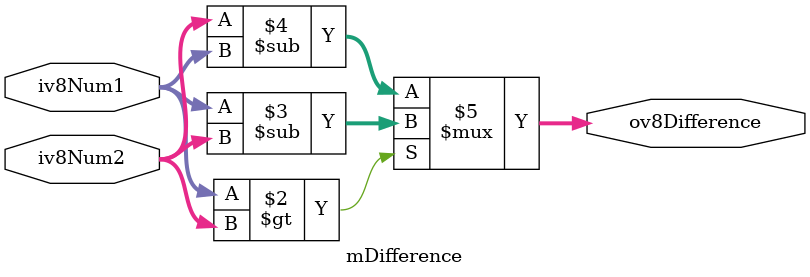
<source format=v>
module mIsolateModule (input wire iClk,
						input wire iRst,
						input wire iDataValid,
						input wire [7:0] iv8Pixel_a,
						input wire [7:0] iv8Pixel_b,
						input wire [7:0] iv8Pixel_c,
						input wire [7:0] iv8Pixel_d,
						input wire [7:0] iv8Pixel_fij,
						input wire [7:0] iv8Pixel_e,
						input wire [7:0] iv8Pixel_f,
						input wire [7:0] iv8Pixel_g,
						input wire [7:0] iv8Pixel_h,
						output reg [7:0] ov8PixelOut,
						output reg oValid,
						output wire oDecisionOut
						);

						
localparam pThIMa 	= 20;//512;
localparam pThIMb 	= 25;//512;					
						
wire [7:0]  wv8TopHalfMaxIntr0;						
wire [7:0]  wv8TopHalfMaxIntr1;						
wire [7:0]  wv8TopHalfMax;
wire [7:0]  wv8TopHalfMinIntr0;						
wire [7:0]  wv8TopHalfMinIntr1;						
wire [7:0]  wv8TopHalfMin;	
wire [7:0]  wv8TopHalfDiff;

					
wire [7:0]  wv8BottomHalfMaxIntr0;						
wire [7:0]  wv8BottomHalfMaxIntr1;						
wire [7:0]  wv8BottomHalfMax;
wire [7:0]  wv8BottomHalfMinIntr0;						
wire [7:0]  wv8BottomHalfMinIntr1;						
wire [7:0]  wv8BottomHalfMin;	
wire [7:0]  wv8BottomHalfDiff;	

wire [7:0]  wv8FijTopHalfMinDiff;	
wire [7:0]  wv8FijTopHalfMaxDiff;	
wire [7:0]  wv8FijBtmHalfMaxDiff;	
wire [7:0]  wv8FijBtmHalfMinDiff;	

wire [7:0]  wv8PixelOut;	

wire   		wDecisionOut1;	
wire   		wDecisionOut2;	
wire   		wDecision;	
wire   		wValid;	

reg			rDecisionOut;
reg			rDataValid;
reg [7:0]	rv9x8ImgArray [8:0];
integer		i;
											
assign oDecisionOut  = rDecisionOut;
assign wValid 	 	 = (!wDecision);
assign wv8PixelOut 	 = wValid ? rv9x8ImgArray[4] : 8'd0	;

assign wDecision	 = (wDecisionOut1 | wDecisionOut2) & (!rDecisionOut) ;
assign wDecisionOut1 = ((wv8TopHalfDiff >= pThIMa) | (wv8BottomHalfDiff >= pThIMa) ); 
assign wDecisionOut2 = ((wv8FijTopHalfMinDiff >= pThIMb) | (wv8FijTopHalfMaxDiff >= pThIMb) | (wv8FijBtmHalfMaxDiff >= pThIMb) | (wv8FijBtmHalfMinDiff >= pThIMb) ); 

//Th_ IMa, Th_ IMb, Th _FMa, Th _FMb, Th _SMa, and Th_ SMb are all predefined values and
//set as 20, 25, 40, 80, 15, and 60, respectively.
always @(posedge iClk or negedge iRst)
begin
	if(iRst)
	begin
		for(i=0; i<9 ;i =i+1)
		begin
			rv9x8ImgArray[i]			<= 8'd0;
		end
	end
	else
	begin
		if(iDataValid)
		begin
			rv9x8ImgArray[0]		<= iv8Pixel_a;
			rv9x8ImgArray[1]		<= iv8Pixel_b;
			rv9x8ImgArray[2]		<= iv8Pixel_c;
			rv9x8ImgArray[3]		<= iv8Pixel_d;
			rv9x8ImgArray[4]		<= iv8Pixel_fij;
			rv9x8ImgArray[5]		<= iv8Pixel_e;
			rv9x8ImgArray[6]		<= iv8Pixel_f;
			rv9x8ImgArray[7]		<= iv8Pixel_g;
			rv9x8ImgArray[8]		<= iv8Pixel_h;
		end
		rDataValid					<= iDataValid;
	end
end


always @(posedge iClk or negedge iRst)
begin
	if(iRst) 
	begin
		ov8PixelOut 	 <= 8'd0;
		rDecisionOut 	 <= 1'b0;
		oValid 	 		 <= 1'b0;
	end
	else
	begin
		if(rDataValid)
		begin
			ov8PixelOut 	 <= wv8PixelOut;
			rDecisionOut 	 <= wDecision;
			oValid 	 		 <= wValid;
		end
		else
		begin
			ov8PixelOut 	 <= 8'd0;
			rDecisionOut 	 <= 1'b0;
			oValid 	 		 <= 1'b0;
		end
	end
end

//*************************** ********************************************
//Top half Maximum Number finding logic
//************************************************************************

mMaxNum uTopHalfMax0 (
	.iv8Num1(rv9x8ImgArray[0]),
	.iv8Num2(rv9x8ImgArray[1]),
	.ov8MaxNum(wv8TopHalfMaxIntr0)
 );
 
mMaxNum uTopHalfMax1 (
	.iv8Num1(rv9x8ImgArray[2]),
	.iv8Num2(wv8TopHalfMaxIntr0),
	.ov8MaxNum(wv8TopHalfMaxIntr1)
 );		

mMaxNum uTopHalfMax (
	.iv8Num1(rv9x8ImgArray[3]),
	.iv8Num2(wv8TopHalfMaxIntr1),
	.ov8MaxNum(wv8TopHalfMax)
 );
 
 //*************************** ********************************************
//Bottom half Maximum Number finding logic
//************************************************************************

mMaxNum uBottomHalfMax0 (
	.iv8Num1(rv9x8ImgArray[5]),
	.iv8Num2(rv9x8ImgArray[6]),
	.ov8MaxNum(wv8BottomHalfMaxIntr0)
 );
 
mMaxNum uBottomHalfMax1 (
	.iv8Num1(rv9x8ImgArray[7]),
	.iv8Num2(wv8BottomHalfMaxIntr0),
	.ov8MaxNum(wv8BottomHalfMaxIntr1)
 );		

mMaxNum uBottomHalfMax2 (
	.iv8Num1(rv9x8ImgArray[8]),
	.iv8Num2(wv8BottomHalfMaxIntr1),
	.ov8MaxNum(wv8BottomHalfMax)
 );
 
//*************************** ********************************************
//Top half Minimum Number finding logic
//************************************************************************

mMinNum uTopHalfMin0 (
	.iv8Num1(rv9x8ImgArray[0]),
	.iv8Num2(rv9x8ImgArray[1]),
	.ov8MinNum(wv8TopHalfMinIntr0)
 );
 
mMinNum uTopHalfMin1 (
	.iv8Num1(rv9x8ImgArray[2]),
	.iv8Num2(wv8TopHalfMinIntr0),
	.ov8MinNum(wv8TopHalfMinIntr1)
 );		

mMinNum uTopHalfMin2 (
	.iv8Num1(rv9x8ImgArray[3]),
	.iv8Num2(wv8TopHalfMinIntr1),
	.ov8MinNum(wv8TopHalfMin)
 );
 
//*************************** ********************************************
//Bottom half Minimum Number finding logic
//************************************************************************

mMinNum uBottomHalfMin0 (
	.iv8Num1(rv9x8ImgArray[5]),
	.iv8Num2(rv9x8ImgArray[6]),
	.ov8MinNum(wv8BottomHalfMinIntr0)
 );
 
mMinNum uBottomHalfMin1 (
	.iv8Num1(rv9x8ImgArray[7]),
	.iv8Num2(wv8BottomHalfMinIntr0),
	.ov8MinNum(wv8BottomHalfMinIntr1)
 );		

mMinNum uBottomHalfMin2 (
	.iv8Num1(rv9x8ImgArray[8]),
	.iv8Num2(wv8BottomHalfMinIntr1),
	.ov8MinNum(wv8BottomHalfMin)
 );
 
 
//*************************** ********************************************
//Top half max - Top Half Min
//************************************************************************

mDifference uTopHalfDiff (
	.iv8Num1(wv8TopHalfMax),
	.iv8Num2(wv8TopHalfMin),
	.ov8Difference(wv8TopHalfDiff)
 );
 
//*************************** ********************************************
//Bottom half max - Bottom Half Min
//************************************************************************

mDifference uBottomHalfDiff (
	.iv8Num1(wv8BottomHalfMax),
	.iv8Num2(wv8BottomHalfMin),
	.ov8Difference(wv8BottomHalfDiff)
 );
 
 //*************************** ********************************************
//|f i,j - TopHalf_ max|
//************************************************************************

mDifference FijTopHalfMaxDiff (
	.iv8Num1(rv9x8ImgArray[4]),
	.iv8Num2(wv8TopHalfMax),
	.ov8Difference(wv8FijTopHalfMaxDiff)
 );
 
//*************************** ********************************************
//| f i,j - TopHalf _min|
//************************************************************************

mDifference FijTopHalfMinDiff (
	.iv8Num1(rv9x8ImgArray[4]),
	.iv8Num2(wv8TopHalfMin),
	.ov8Difference(wv8FijTopHalfMinDiff)
 );
 
  //*************************** ********************************************
//|f i,j _ BottomHalf_max|
//************************************************************************

mDifference FijBtmHalfMaxDiff (
	.iv8Num1(rv9x8ImgArray[4]),
	.iv8Num2(wv8BottomHalfMax),
	.ov8Difference(wv8FijBtmHalfMaxDiff)
 );
 
//*************************** ********************************************
//|f i,j _ BottomHalf_min|
//************************************************************************

mDifference FijBtmHalfMinDiff (
	.iv8Num1(rv9x8ImgArray[4]),
	.iv8Num2(wv8BottomHalfMin),
	.ov8Difference(wv8FijBtmHalfMinDiff)
 );


endmodule





//*************************** ********************************************
//Maximum Number finding module
//************************************************************************

module mMaxNum (input wire [7:0] iv8Num1,
				input wire [7:0] iv8Num2,
				output wire [7:0] ov8MaxNum
				);
				
assign ov8MaxNum = (iv8Num1 > iv8Num2 ) ?  iv8Num1 : iv8Num2;

endmodule

//*************************** ********************************************
//Maximum Number finding module
//************************************************************************

module mMinNum (input wire [7:0] iv8Num1,
				input wire [7:0] iv8Num2,
				output wire [7:0] ov8MinNum
				);
				
assign ov8MinNum = (iv8Num1 < iv8Num2 ) ?  iv8Num1 : iv8Num2;

endmodule

//*************************** ********************************************
//Magnitude of Difference of two Numbers
//************************************************************************

module mDifference (input wire [7:0] iv8Num1,
				input wire [7:0] iv8Num2,
				output wire [7:0] ov8Difference
				);
				
assign ov8Difference = (iv8Num1 > iv8Num2 ) ?  (iv8Num1 - iv8Num2) : (iv8Num2 - iv8Num1) ;

endmodule
</source>
